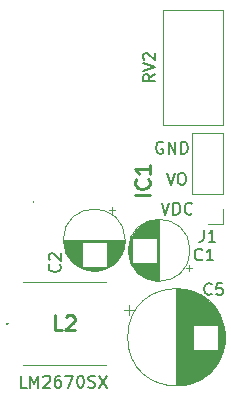
<source format=gbr>
%TF.GenerationSoftware,KiCad,Pcbnew,8.0.1-rc1*%
%TF.CreationDate,2024-10-01T19:24:00-07:00*%
%TF.ProjectId,LM2670SX-Carrier-SMD-inductor-ADJ,4c4d3236-3730-4535-982d-436172726965,rev?*%
%TF.SameCoordinates,Original*%
%TF.FileFunction,Legend,Top*%
%TF.FilePolarity,Positive*%
%FSLAX46Y46*%
G04 Gerber Fmt 4.6, Leading zero omitted, Abs format (unit mm)*
G04 Created by KiCad (PCBNEW 8.0.1-rc1) date 2024-10-01 19:24:00*
%MOMM*%
%LPD*%
G01*
G04 APERTURE LIST*
%ADD10C,0.150000*%
%ADD11C,0.254000*%
%ADD12C,0.120000*%
%ADD13C,0.100000*%
%ADD14C,0.200000*%
%ADD15R,1.700000X1.700000*%
%ADD16O,1.700000X1.700000*%
%ADD17R,1.600000X1.600000*%
%ADD18C,1.600000*%
%ADD19R,2.850000X3.300000*%
%ADD20C,1.440000*%
%ADD21R,0.910000X2.160000*%
%ADD22R,10.800000X10.410000*%
G04 APERTURE END LIST*
D10*
X185289192Y-98442745D02*
X185622525Y-99442745D01*
X185622525Y-99442745D02*
X185955858Y-98442745D01*
X186479668Y-98442745D02*
X186670144Y-98442745D01*
X186670144Y-98442745D02*
X186765382Y-98490364D01*
X186765382Y-98490364D02*
X186860620Y-98585602D01*
X186860620Y-98585602D02*
X186908239Y-98776078D01*
X186908239Y-98776078D02*
X186908239Y-99109411D01*
X186908239Y-99109411D02*
X186860620Y-99299887D01*
X186860620Y-99299887D02*
X186765382Y-99395126D01*
X186765382Y-99395126D02*
X186670144Y-99442745D01*
X186670144Y-99442745D02*
X186479668Y-99442745D01*
X186479668Y-99442745D02*
X186384430Y-99395126D01*
X186384430Y-99395126D02*
X186289192Y-99299887D01*
X186289192Y-99299887D02*
X186241573Y-99109411D01*
X186241573Y-99109411D02*
X186241573Y-98776078D01*
X186241573Y-98776078D02*
X186289192Y-98585602D01*
X186289192Y-98585602D02*
X186384430Y-98490364D01*
X186384430Y-98490364D02*
X186479668Y-98442745D01*
X173425917Y-116625833D02*
X172949727Y-116625833D01*
X172949727Y-116625833D02*
X172949727Y-115625833D01*
X173759251Y-116625833D02*
X173759251Y-115625833D01*
X173759251Y-115625833D02*
X174092584Y-116340118D01*
X174092584Y-116340118D02*
X174425917Y-115625833D01*
X174425917Y-115625833D02*
X174425917Y-116625833D01*
X174854489Y-115721071D02*
X174902108Y-115673452D01*
X174902108Y-115673452D02*
X174997346Y-115625833D01*
X174997346Y-115625833D02*
X175235441Y-115625833D01*
X175235441Y-115625833D02*
X175330679Y-115673452D01*
X175330679Y-115673452D02*
X175378298Y-115721071D01*
X175378298Y-115721071D02*
X175425917Y-115816309D01*
X175425917Y-115816309D02*
X175425917Y-115911547D01*
X175425917Y-115911547D02*
X175378298Y-116054404D01*
X175378298Y-116054404D02*
X174806870Y-116625833D01*
X174806870Y-116625833D02*
X175425917Y-116625833D01*
X176283060Y-115625833D02*
X176092584Y-115625833D01*
X176092584Y-115625833D02*
X175997346Y-115673452D01*
X175997346Y-115673452D02*
X175949727Y-115721071D01*
X175949727Y-115721071D02*
X175854489Y-115863928D01*
X175854489Y-115863928D02*
X175806870Y-116054404D01*
X175806870Y-116054404D02*
X175806870Y-116435356D01*
X175806870Y-116435356D02*
X175854489Y-116530594D01*
X175854489Y-116530594D02*
X175902108Y-116578214D01*
X175902108Y-116578214D02*
X175997346Y-116625833D01*
X175997346Y-116625833D02*
X176187822Y-116625833D01*
X176187822Y-116625833D02*
X176283060Y-116578214D01*
X176283060Y-116578214D02*
X176330679Y-116530594D01*
X176330679Y-116530594D02*
X176378298Y-116435356D01*
X176378298Y-116435356D02*
X176378298Y-116197261D01*
X176378298Y-116197261D02*
X176330679Y-116102023D01*
X176330679Y-116102023D02*
X176283060Y-116054404D01*
X176283060Y-116054404D02*
X176187822Y-116006785D01*
X176187822Y-116006785D02*
X175997346Y-116006785D01*
X175997346Y-116006785D02*
X175902108Y-116054404D01*
X175902108Y-116054404D02*
X175854489Y-116102023D01*
X175854489Y-116102023D02*
X175806870Y-116197261D01*
X176711632Y-115625833D02*
X177378298Y-115625833D01*
X177378298Y-115625833D02*
X176949727Y-116625833D01*
X177949727Y-115625833D02*
X178044965Y-115625833D01*
X178044965Y-115625833D02*
X178140203Y-115673452D01*
X178140203Y-115673452D02*
X178187822Y-115721071D01*
X178187822Y-115721071D02*
X178235441Y-115816309D01*
X178235441Y-115816309D02*
X178283060Y-116006785D01*
X178283060Y-116006785D02*
X178283060Y-116244880D01*
X178283060Y-116244880D02*
X178235441Y-116435356D01*
X178235441Y-116435356D02*
X178187822Y-116530594D01*
X178187822Y-116530594D02*
X178140203Y-116578214D01*
X178140203Y-116578214D02*
X178044965Y-116625833D01*
X178044965Y-116625833D02*
X177949727Y-116625833D01*
X177949727Y-116625833D02*
X177854489Y-116578214D01*
X177854489Y-116578214D02*
X177806870Y-116530594D01*
X177806870Y-116530594D02*
X177759251Y-116435356D01*
X177759251Y-116435356D02*
X177711632Y-116244880D01*
X177711632Y-116244880D02*
X177711632Y-116006785D01*
X177711632Y-116006785D02*
X177759251Y-115816309D01*
X177759251Y-115816309D02*
X177806870Y-115721071D01*
X177806870Y-115721071D02*
X177854489Y-115673452D01*
X177854489Y-115673452D02*
X177949727Y-115625833D01*
X178664013Y-116578214D02*
X178806870Y-116625833D01*
X178806870Y-116625833D02*
X179044965Y-116625833D01*
X179044965Y-116625833D02*
X179140203Y-116578214D01*
X179140203Y-116578214D02*
X179187822Y-116530594D01*
X179187822Y-116530594D02*
X179235441Y-116435356D01*
X179235441Y-116435356D02*
X179235441Y-116340118D01*
X179235441Y-116340118D02*
X179187822Y-116244880D01*
X179187822Y-116244880D02*
X179140203Y-116197261D01*
X179140203Y-116197261D02*
X179044965Y-116149642D01*
X179044965Y-116149642D02*
X178854489Y-116102023D01*
X178854489Y-116102023D02*
X178759251Y-116054404D01*
X178759251Y-116054404D02*
X178711632Y-116006785D01*
X178711632Y-116006785D02*
X178664013Y-115911547D01*
X178664013Y-115911547D02*
X178664013Y-115816309D01*
X178664013Y-115816309D02*
X178711632Y-115721071D01*
X178711632Y-115721071D02*
X178759251Y-115673452D01*
X178759251Y-115673452D02*
X178854489Y-115625833D01*
X178854489Y-115625833D02*
X179092584Y-115625833D01*
X179092584Y-115625833D02*
X179235441Y-115673452D01*
X179568775Y-115625833D02*
X180235441Y-116625833D01*
X180235441Y-115625833D02*
X179568775Y-116625833D01*
X184969441Y-95860398D02*
X184874203Y-95812779D01*
X184874203Y-95812779D02*
X184731346Y-95812779D01*
X184731346Y-95812779D02*
X184588489Y-95860398D01*
X184588489Y-95860398D02*
X184493251Y-95955636D01*
X184493251Y-95955636D02*
X184445632Y-96050874D01*
X184445632Y-96050874D02*
X184398013Y-96241350D01*
X184398013Y-96241350D02*
X184398013Y-96384207D01*
X184398013Y-96384207D02*
X184445632Y-96574683D01*
X184445632Y-96574683D02*
X184493251Y-96669921D01*
X184493251Y-96669921D02*
X184588489Y-96765160D01*
X184588489Y-96765160D02*
X184731346Y-96812779D01*
X184731346Y-96812779D02*
X184826584Y-96812779D01*
X184826584Y-96812779D02*
X184969441Y-96765160D01*
X184969441Y-96765160D02*
X185017060Y-96717540D01*
X185017060Y-96717540D02*
X185017060Y-96384207D01*
X185017060Y-96384207D02*
X184826584Y-96384207D01*
X185445632Y-96812779D02*
X185445632Y-95812779D01*
X185445632Y-95812779D02*
X186017060Y-96812779D01*
X186017060Y-96812779D02*
X186017060Y-95812779D01*
X186493251Y-96812779D02*
X186493251Y-95812779D01*
X186493251Y-95812779D02*
X186731346Y-95812779D01*
X186731346Y-95812779D02*
X186874203Y-95860398D01*
X186874203Y-95860398D02*
X186969441Y-95955636D01*
X186969441Y-95955636D02*
X187017060Y-96050874D01*
X187017060Y-96050874D02*
X187064679Y-96241350D01*
X187064679Y-96241350D02*
X187064679Y-96384207D01*
X187064679Y-96384207D02*
X187017060Y-96574683D01*
X187017060Y-96574683D02*
X186969441Y-96669921D01*
X186969441Y-96669921D02*
X186874203Y-96765160D01*
X186874203Y-96765160D02*
X186731346Y-96812779D01*
X186731346Y-96812779D02*
X186493251Y-96812779D01*
X184853966Y-100973926D02*
X185187299Y-101973926D01*
X185187299Y-101973926D02*
X185520632Y-100973926D01*
X185853966Y-101973926D02*
X185853966Y-100973926D01*
X185853966Y-100973926D02*
X186092061Y-100973926D01*
X186092061Y-100973926D02*
X186234918Y-101021545D01*
X186234918Y-101021545D02*
X186330156Y-101116783D01*
X186330156Y-101116783D02*
X186377775Y-101212021D01*
X186377775Y-101212021D02*
X186425394Y-101402497D01*
X186425394Y-101402497D02*
X186425394Y-101545354D01*
X186425394Y-101545354D02*
X186377775Y-101735830D01*
X186377775Y-101735830D02*
X186330156Y-101831068D01*
X186330156Y-101831068D02*
X186234918Y-101926307D01*
X186234918Y-101926307D02*
X186092061Y-101973926D01*
X186092061Y-101973926D02*
X185853966Y-101973926D01*
X187425394Y-101878687D02*
X187377775Y-101926307D01*
X187377775Y-101926307D02*
X187234918Y-101973926D01*
X187234918Y-101973926D02*
X187139680Y-101973926D01*
X187139680Y-101973926D02*
X186996823Y-101926307D01*
X186996823Y-101926307D02*
X186901585Y-101831068D01*
X186901585Y-101831068D02*
X186853966Y-101735830D01*
X186853966Y-101735830D02*
X186806347Y-101545354D01*
X186806347Y-101545354D02*
X186806347Y-101402497D01*
X186806347Y-101402497D02*
X186853966Y-101212021D01*
X186853966Y-101212021D02*
X186901585Y-101116783D01*
X186901585Y-101116783D02*
X186996823Y-101021545D01*
X186996823Y-101021545D02*
X187139680Y-100973926D01*
X187139680Y-100973926D02*
X187234918Y-100973926D01*
X187234918Y-100973926D02*
X187377775Y-101021545D01*
X187377775Y-101021545D02*
X187425394Y-101069164D01*
X188414366Y-103255019D02*
X188414366Y-103969304D01*
X188414366Y-103969304D02*
X188366747Y-104112161D01*
X188366747Y-104112161D02*
X188271509Y-104207400D01*
X188271509Y-104207400D02*
X188128652Y-104255019D01*
X188128652Y-104255019D02*
X188033414Y-104255019D01*
X189414366Y-104255019D02*
X188842938Y-104255019D01*
X189128652Y-104255019D02*
X189128652Y-103255019D01*
X189128652Y-103255019D02*
X189033414Y-103397876D01*
X189033414Y-103397876D02*
X188938176Y-103493114D01*
X188938176Y-103493114D02*
X188842938Y-103540733D01*
X176219662Y-106199968D02*
X176267282Y-106247587D01*
X176267282Y-106247587D02*
X176314901Y-106390444D01*
X176314901Y-106390444D02*
X176314901Y-106485682D01*
X176314901Y-106485682D02*
X176267282Y-106628539D01*
X176267282Y-106628539D02*
X176172043Y-106723777D01*
X176172043Y-106723777D02*
X176076805Y-106771396D01*
X176076805Y-106771396D02*
X175886329Y-106819015D01*
X175886329Y-106819015D02*
X175743472Y-106819015D01*
X175743472Y-106819015D02*
X175552996Y-106771396D01*
X175552996Y-106771396D02*
X175457758Y-106723777D01*
X175457758Y-106723777D02*
X175362520Y-106628539D01*
X175362520Y-106628539D02*
X175314901Y-106485682D01*
X175314901Y-106485682D02*
X175314901Y-106390444D01*
X175314901Y-106390444D02*
X175362520Y-106247587D01*
X175362520Y-106247587D02*
X175410139Y-106199968D01*
X175410139Y-105819015D02*
X175362520Y-105771396D01*
X175362520Y-105771396D02*
X175314901Y-105676158D01*
X175314901Y-105676158D02*
X175314901Y-105438063D01*
X175314901Y-105438063D02*
X175362520Y-105342825D01*
X175362520Y-105342825D02*
X175410139Y-105295206D01*
X175410139Y-105295206D02*
X175505377Y-105247587D01*
X175505377Y-105247587D02*
X175600615Y-105247587D01*
X175600615Y-105247587D02*
X175743472Y-105295206D01*
X175743472Y-105295206D02*
X176314901Y-105866634D01*
X176314901Y-105866634D02*
X176314901Y-105247587D01*
X188294018Y-105757640D02*
X188246399Y-105805260D01*
X188246399Y-105805260D02*
X188103542Y-105852879D01*
X188103542Y-105852879D02*
X188008304Y-105852879D01*
X188008304Y-105852879D02*
X187865447Y-105805260D01*
X187865447Y-105805260D02*
X187770209Y-105710021D01*
X187770209Y-105710021D02*
X187722590Y-105614783D01*
X187722590Y-105614783D02*
X187674971Y-105424307D01*
X187674971Y-105424307D02*
X187674971Y-105281450D01*
X187674971Y-105281450D02*
X187722590Y-105090974D01*
X187722590Y-105090974D02*
X187770209Y-104995736D01*
X187770209Y-104995736D02*
X187865447Y-104900498D01*
X187865447Y-104900498D02*
X188008304Y-104852879D01*
X188008304Y-104852879D02*
X188103542Y-104852879D01*
X188103542Y-104852879D02*
X188246399Y-104900498D01*
X188246399Y-104900498D02*
X188294018Y-104948117D01*
X189246399Y-105852879D02*
X188674971Y-105852879D01*
X188960685Y-105852879D02*
X188960685Y-104852879D01*
X188960685Y-104852879D02*
X188865447Y-104995736D01*
X188865447Y-104995736D02*
X188770209Y-105090974D01*
X188770209Y-105090974D02*
X188674971Y-105138593D01*
X189100268Y-108681802D02*
X189052649Y-108729422D01*
X189052649Y-108729422D02*
X188909792Y-108777041D01*
X188909792Y-108777041D02*
X188814554Y-108777041D01*
X188814554Y-108777041D02*
X188671697Y-108729422D01*
X188671697Y-108729422D02*
X188576459Y-108634183D01*
X188576459Y-108634183D02*
X188528840Y-108538945D01*
X188528840Y-108538945D02*
X188481221Y-108348469D01*
X188481221Y-108348469D02*
X188481221Y-108205612D01*
X188481221Y-108205612D02*
X188528840Y-108015136D01*
X188528840Y-108015136D02*
X188576459Y-107919898D01*
X188576459Y-107919898D02*
X188671697Y-107824660D01*
X188671697Y-107824660D02*
X188814554Y-107777041D01*
X188814554Y-107777041D02*
X188909792Y-107777041D01*
X188909792Y-107777041D02*
X189052649Y-107824660D01*
X189052649Y-107824660D02*
X189100268Y-107872279D01*
X190005030Y-107777041D02*
X189528840Y-107777041D01*
X189528840Y-107777041D02*
X189481221Y-108253231D01*
X189481221Y-108253231D02*
X189528840Y-108205612D01*
X189528840Y-108205612D02*
X189624078Y-108157993D01*
X189624078Y-108157993D02*
X189862173Y-108157993D01*
X189862173Y-108157993D02*
X189957411Y-108205612D01*
X189957411Y-108205612D02*
X190005030Y-108253231D01*
X190005030Y-108253231D02*
X190052649Y-108348469D01*
X190052649Y-108348469D02*
X190052649Y-108586564D01*
X190052649Y-108586564D02*
X190005030Y-108681802D01*
X190005030Y-108681802D02*
X189957411Y-108729422D01*
X189957411Y-108729422D02*
X189862173Y-108777041D01*
X189862173Y-108777041D02*
X189624078Y-108777041D01*
X189624078Y-108777041D02*
X189528840Y-108729422D01*
X189528840Y-108729422D02*
X189481221Y-108681802D01*
D11*
X176408467Y-111788864D02*
X175803705Y-111788864D01*
X175803705Y-111788864D02*
X175803705Y-110518864D01*
X176771324Y-110639816D02*
X176831800Y-110579340D01*
X176831800Y-110579340D02*
X176952753Y-110518864D01*
X176952753Y-110518864D02*
X177255134Y-110518864D01*
X177255134Y-110518864D02*
X177376086Y-110579340D01*
X177376086Y-110579340D02*
X177436562Y-110639816D01*
X177436562Y-110639816D02*
X177497039Y-110760768D01*
X177497039Y-110760768D02*
X177497039Y-110881721D01*
X177497039Y-110881721D02*
X177436562Y-111063149D01*
X177436562Y-111063149D02*
X176710848Y-111788864D01*
X176710848Y-111788864D02*
X177497039Y-111788864D01*
D10*
X184301090Y-90100686D02*
X183824899Y-90434019D01*
X184301090Y-90672114D02*
X183301090Y-90672114D01*
X183301090Y-90672114D02*
X183301090Y-90291162D01*
X183301090Y-90291162D02*
X183348709Y-90195924D01*
X183348709Y-90195924D02*
X183396328Y-90148305D01*
X183396328Y-90148305D02*
X183491566Y-90100686D01*
X183491566Y-90100686D02*
X183634423Y-90100686D01*
X183634423Y-90100686D02*
X183729661Y-90148305D01*
X183729661Y-90148305D02*
X183777280Y-90195924D01*
X183777280Y-90195924D02*
X183824899Y-90291162D01*
X183824899Y-90291162D02*
X183824899Y-90672114D01*
X183301090Y-89814971D02*
X184301090Y-89481638D01*
X184301090Y-89481638D02*
X183301090Y-89148305D01*
X183396328Y-88862590D02*
X183348709Y-88814971D01*
X183348709Y-88814971D02*
X183301090Y-88719733D01*
X183301090Y-88719733D02*
X183301090Y-88481638D01*
X183301090Y-88481638D02*
X183348709Y-88386400D01*
X183348709Y-88386400D02*
X183396328Y-88338781D01*
X183396328Y-88338781D02*
X183491566Y-88291162D01*
X183491566Y-88291162D02*
X183586804Y-88291162D01*
X183586804Y-88291162D02*
X183729661Y-88338781D01*
X183729661Y-88338781D02*
X184301090Y-88910209D01*
X184301090Y-88910209D02*
X184301090Y-88291162D01*
D11*
X183869121Y-100328745D02*
X182599121Y-100328745D01*
X183748168Y-98998268D02*
X183808645Y-99058744D01*
X183808645Y-99058744D02*
X183869121Y-99240173D01*
X183869121Y-99240173D02*
X183869121Y-99361125D01*
X183869121Y-99361125D02*
X183808645Y-99542554D01*
X183808645Y-99542554D02*
X183687692Y-99663506D01*
X183687692Y-99663506D02*
X183566740Y-99723983D01*
X183566740Y-99723983D02*
X183324835Y-99784459D01*
X183324835Y-99784459D02*
X183143406Y-99784459D01*
X183143406Y-99784459D02*
X182901502Y-99723983D01*
X182901502Y-99723983D02*
X182780549Y-99663506D01*
X182780549Y-99663506D02*
X182659597Y-99542554D01*
X182659597Y-99542554D02*
X182599121Y-99361125D01*
X182599121Y-99361125D02*
X182599121Y-99240173D01*
X182599121Y-99240173D02*
X182659597Y-99058744D01*
X182659597Y-99058744D02*
X182720073Y-98998268D01*
X183869121Y-97788744D02*
X183869121Y-98514459D01*
X183869121Y-98151602D02*
X182599121Y-98151602D01*
X182599121Y-98151602D02*
X182780549Y-98272554D01*
X182780549Y-98272554D02*
X182901502Y-98393506D01*
X182901502Y-98393506D02*
X182961978Y-98514459D01*
D12*
%TO.C,J1*%
X187417700Y-100200200D02*
X187417700Y-95060200D01*
X190077700Y-95060200D02*
X187417700Y-95060200D01*
X190077700Y-100200200D02*
X187417700Y-100200200D01*
X190077700Y-100200200D02*
X190077700Y-95060200D01*
X190077700Y-101470200D02*
X190077700Y-102800200D01*
X190077700Y-102800200D02*
X188747700Y-102800200D01*
%TO.C,C2*%
X178116213Y-104369759D02*
X176587213Y-104369759D01*
X178116213Y-104409759D02*
X176591213Y-104409759D01*
X178116213Y-104449759D02*
X176595213Y-104449759D01*
X178116213Y-104489759D02*
X176600213Y-104489759D01*
X178116213Y-104529759D02*
X176606213Y-104529759D01*
X178116213Y-104569759D02*
X176613213Y-104569759D01*
X178116213Y-104609759D02*
X176620213Y-104609759D01*
X178116213Y-104649759D02*
X176628213Y-104649759D01*
X178116213Y-104689759D02*
X176636213Y-104689759D01*
X178116213Y-104729759D02*
X176645213Y-104729759D01*
X178116213Y-104769759D02*
X176655213Y-104769759D01*
X178116213Y-104809759D02*
X176665213Y-104809759D01*
X178116213Y-104850759D02*
X176676213Y-104850759D01*
X178116213Y-104890759D02*
X176688213Y-104890759D01*
X178116213Y-104930759D02*
X176701213Y-104930759D01*
X178116213Y-104970759D02*
X176714213Y-104970759D01*
X178116213Y-105010759D02*
X176728213Y-105010759D01*
X178116213Y-105050759D02*
X176742213Y-105050759D01*
X178116213Y-105090759D02*
X176758213Y-105090759D01*
X178116213Y-105130759D02*
X176774213Y-105130759D01*
X178116213Y-105170759D02*
X176791213Y-105170759D01*
X178116213Y-105210759D02*
X176808213Y-105210759D01*
X178116213Y-105250759D02*
X176827213Y-105250759D01*
X178116213Y-105290759D02*
X176846213Y-105290759D01*
X178116213Y-105330759D02*
X176866213Y-105330759D01*
X178116213Y-105370759D02*
X176888213Y-105370759D01*
X178116213Y-105410759D02*
X176909213Y-105410759D01*
X178116213Y-105450759D02*
X176932213Y-105450759D01*
X178116213Y-105490759D02*
X176956213Y-105490759D01*
X178116213Y-105530759D02*
X176981213Y-105530759D01*
X178116213Y-105570759D02*
X177007213Y-105570759D01*
X178116213Y-105610759D02*
X177034213Y-105610759D01*
X178116213Y-105650759D02*
X177061213Y-105650759D01*
X178116213Y-105690759D02*
X177091213Y-105690759D01*
X178116213Y-105730759D02*
X177121213Y-105730759D01*
X178116213Y-105770759D02*
X177152213Y-105770759D01*
X178116213Y-105810759D02*
X177185213Y-105810759D01*
X178116213Y-105850759D02*
X177219213Y-105850759D01*
X178116213Y-105890759D02*
X177255213Y-105890759D01*
X178116213Y-105930759D02*
X177292213Y-105930759D01*
X178116213Y-105970759D02*
X177330213Y-105970759D01*
X178116213Y-106010759D02*
X177371213Y-106010759D01*
X178116213Y-106050759D02*
X177413213Y-106050759D01*
X178116213Y-106090759D02*
X177457213Y-106090759D01*
X178116213Y-106130759D02*
X177503213Y-106130759D01*
X178116213Y-106170759D02*
X177551213Y-106170759D01*
X178116213Y-106210759D02*
X177602213Y-106210759D01*
X178116213Y-106250759D02*
X177656213Y-106250759D01*
X178116213Y-106290759D02*
X177713213Y-106290759D01*
X178116213Y-106330759D02*
X177773213Y-106330759D01*
X178116213Y-106370759D02*
X177837213Y-106370759D01*
X178116213Y-106410759D02*
X177905213Y-106410759D01*
X179440213Y-106730759D02*
X178872213Y-106730759D01*
X179674213Y-106690759D02*
X178638213Y-106690759D01*
X179833213Y-106650759D02*
X178479213Y-106650759D01*
X179961213Y-106610759D02*
X178351213Y-106610759D01*
X180071213Y-106570759D02*
X178241213Y-106570759D01*
X180167213Y-106530759D02*
X178145213Y-106530759D01*
X180254213Y-106490759D02*
X178058213Y-106490759D01*
X180334213Y-106450759D02*
X177978213Y-106450759D01*
X180407213Y-106410759D02*
X180196213Y-106410759D01*
X180475213Y-106370759D02*
X180196213Y-106370759D01*
X180539213Y-106330759D02*
X180196213Y-106330759D01*
X180599213Y-106290759D02*
X180196213Y-106290759D01*
X180631213Y-101324984D02*
X180631213Y-101824984D01*
X180656213Y-106250759D02*
X180196213Y-106250759D01*
X180710213Y-106210759D02*
X180196213Y-106210759D01*
X180761213Y-106170759D02*
X180196213Y-106170759D01*
X180809213Y-106130759D02*
X180196213Y-106130759D01*
X180855213Y-106090759D02*
X180196213Y-106090759D01*
X180881213Y-101574984D02*
X180381213Y-101574984D01*
X180899213Y-106050759D02*
X180196213Y-106050759D01*
X180941213Y-106010759D02*
X180196213Y-106010759D01*
X180982213Y-105970759D02*
X180196213Y-105970759D01*
X181020213Y-105930759D02*
X180196213Y-105930759D01*
X181057213Y-105890759D02*
X180196213Y-105890759D01*
X181093213Y-105850759D02*
X180196213Y-105850759D01*
X181127213Y-105810759D02*
X180196213Y-105810759D01*
X181160213Y-105770759D02*
X180196213Y-105770759D01*
X181191213Y-105730759D02*
X180196213Y-105730759D01*
X181221213Y-105690759D02*
X180196213Y-105690759D01*
X181251213Y-105650759D02*
X180196213Y-105650759D01*
X181278213Y-105610759D02*
X180196213Y-105610759D01*
X181305213Y-105570759D02*
X180196213Y-105570759D01*
X181331213Y-105530759D02*
X180196213Y-105530759D01*
X181356213Y-105490759D02*
X180196213Y-105490759D01*
X181380213Y-105450759D02*
X180196213Y-105450759D01*
X181403213Y-105410759D02*
X180196213Y-105410759D01*
X181424213Y-105370759D02*
X180196213Y-105370759D01*
X181446213Y-105330759D02*
X180196213Y-105330759D01*
X181466213Y-105290759D02*
X180196213Y-105290759D01*
X181485213Y-105250759D02*
X180196213Y-105250759D01*
X181504213Y-105210759D02*
X180196213Y-105210759D01*
X181521213Y-105170759D02*
X180196213Y-105170759D01*
X181538213Y-105130759D02*
X180196213Y-105130759D01*
X181554213Y-105090759D02*
X180196213Y-105090759D01*
X181570213Y-105050759D02*
X180196213Y-105050759D01*
X181584213Y-105010759D02*
X180196213Y-105010759D01*
X181598213Y-104970759D02*
X180196213Y-104970759D01*
X181611213Y-104930759D02*
X180196213Y-104930759D01*
X181624213Y-104890759D02*
X180196213Y-104890759D01*
X181636213Y-104850759D02*
X180196213Y-104850759D01*
X181647213Y-104809759D02*
X180196213Y-104809759D01*
X181657213Y-104769759D02*
X180196213Y-104769759D01*
X181667213Y-104729759D02*
X180196213Y-104729759D01*
X181676213Y-104689759D02*
X180196213Y-104689759D01*
X181684213Y-104649759D02*
X180196213Y-104649759D01*
X181692213Y-104609759D02*
X180196213Y-104609759D01*
X181699213Y-104569759D02*
X180196213Y-104569759D01*
X181706213Y-104529759D02*
X180196213Y-104529759D01*
X181712213Y-104489759D02*
X180196213Y-104489759D01*
X181717213Y-104449759D02*
X180196213Y-104449759D01*
X181721213Y-104409759D02*
X180196213Y-104409759D01*
X181725213Y-104369759D02*
X180196213Y-104369759D01*
X181729213Y-104329759D02*
X176583213Y-104329759D01*
X181732213Y-104289759D02*
X176580213Y-104289759D01*
X181734213Y-104249759D02*
X176578213Y-104249759D01*
X181735213Y-104209759D02*
X176577213Y-104209759D01*
X181736213Y-104129759D02*
X176576213Y-104129759D01*
X181736213Y-104169759D02*
X176576213Y-104169759D01*
X181776213Y-104129759D02*
G75*
G02*
X176536213Y-104129759I-2620000J0D01*
G01*
X176536213Y-104129759D02*
G75*
G02*
X181776213Y-104129759I2620000J0D01*
G01*
%TO.C,C1*%
X182046552Y-105284951D02*
X182046552Y-104716951D01*
X182086552Y-105518951D02*
X182086552Y-104482951D01*
X182126552Y-105677951D02*
X182126552Y-104323951D01*
X182166552Y-105805951D02*
X182166552Y-104195951D01*
X182206552Y-105915951D02*
X182206552Y-104085951D01*
X182246552Y-106011951D02*
X182246552Y-103989951D01*
X182286552Y-106098951D02*
X182286552Y-103902951D01*
X182326552Y-106178951D02*
X182326552Y-103822951D01*
X182366552Y-103960951D02*
X182366552Y-103749951D01*
X182366552Y-106251951D02*
X182366552Y-106040951D01*
X182406552Y-103960951D02*
X182406552Y-103681951D01*
X182406552Y-106319951D02*
X182406552Y-106040951D01*
X182446552Y-103960951D02*
X182446552Y-103617951D01*
X182446552Y-106383951D02*
X182446552Y-106040951D01*
X182486552Y-103960951D02*
X182486552Y-103557951D01*
X182486552Y-106443951D02*
X182486552Y-106040951D01*
X182526552Y-103960951D02*
X182526552Y-103500951D01*
X182526552Y-106500951D02*
X182526552Y-106040951D01*
X182566552Y-103960951D02*
X182566552Y-103446951D01*
X182566552Y-106554951D02*
X182566552Y-106040951D01*
X182606552Y-103960951D02*
X182606552Y-103395951D01*
X182606552Y-106605951D02*
X182606552Y-106040951D01*
X182646552Y-103960951D02*
X182646552Y-103347951D01*
X182646552Y-106653951D02*
X182646552Y-106040951D01*
X182686552Y-103960951D02*
X182686552Y-103301951D01*
X182686552Y-106699951D02*
X182686552Y-106040951D01*
X182726552Y-103960951D02*
X182726552Y-103257951D01*
X182726552Y-106743951D02*
X182726552Y-106040951D01*
X182766552Y-103960951D02*
X182766552Y-103215951D01*
X182766552Y-106785951D02*
X182766552Y-106040951D01*
X182806552Y-103960951D02*
X182806552Y-103174951D01*
X182806552Y-106826951D02*
X182806552Y-106040951D01*
X182846552Y-103960951D02*
X182846552Y-103136951D01*
X182846552Y-106864951D02*
X182846552Y-106040951D01*
X182886552Y-103960951D02*
X182886552Y-103099951D01*
X182886552Y-106901951D02*
X182886552Y-106040951D01*
X182926552Y-103960951D02*
X182926552Y-103063951D01*
X182926552Y-106937951D02*
X182926552Y-106040951D01*
X182966552Y-103960951D02*
X182966552Y-103029951D01*
X182966552Y-106971951D02*
X182966552Y-106040951D01*
X183006552Y-103960951D02*
X183006552Y-102996951D01*
X183006552Y-107004951D02*
X183006552Y-106040951D01*
X183046552Y-103960951D02*
X183046552Y-102965951D01*
X183046552Y-107035951D02*
X183046552Y-106040951D01*
X183086552Y-103960951D02*
X183086552Y-102935951D01*
X183086552Y-107065951D02*
X183086552Y-106040951D01*
X183126552Y-103960951D02*
X183126552Y-102905951D01*
X183126552Y-107095951D02*
X183126552Y-106040951D01*
X183166552Y-103960951D02*
X183166552Y-102878951D01*
X183166552Y-107122951D02*
X183166552Y-106040951D01*
X183206552Y-103960951D02*
X183206552Y-102851951D01*
X183206552Y-107149951D02*
X183206552Y-106040951D01*
X183246552Y-103960951D02*
X183246552Y-102825951D01*
X183246552Y-107175951D02*
X183246552Y-106040951D01*
X183286552Y-103960951D02*
X183286552Y-102800951D01*
X183286552Y-107200951D02*
X183286552Y-106040951D01*
X183326552Y-103960951D02*
X183326552Y-102776951D01*
X183326552Y-107224951D02*
X183326552Y-106040951D01*
X183366552Y-103960951D02*
X183366552Y-102753951D01*
X183366552Y-107247951D02*
X183366552Y-106040951D01*
X183406552Y-103960951D02*
X183406552Y-102732951D01*
X183406552Y-107268951D02*
X183406552Y-106040951D01*
X183446552Y-103960951D02*
X183446552Y-102710951D01*
X183446552Y-107290951D02*
X183446552Y-106040951D01*
X183486552Y-103960951D02*
X183486552Y-102690951D01*
X183486552Y-107310951D02*
X183486552Y-106040951D01*
X183526552Y-103960951D02*
X183526552Y-102671951D01*
X183526552Y-107329951D02*
X183526552Y-106040951D01*
X183566552Y-103960951D02*
X183566552Y-102652951D01*
X183566552Y-107348951D02*
X183566552Y-106040951D01*
X183606552Y-103960951D02*
X183606552Y-102635951D01*
X183606552Y-107365951D02*
X183606552Y-106040951D01*
X183646552Y-103960951D02*
X183646552Y-102618951D01*
X183646552Y-107382951D02*
X183646552Y-106040951D01*
X183686552Y-103960951D02*
X183686552Y-102602951D01*
X183686552Y-107398951D02*
X183686552Y-106040951D01*
X183726552Y-103960951D02*
X183726552Y-102586951D01*
X183726552Y-107414951D02*
X183726552Y-106040951D01*
X183766552Y-103960951D02*
X183766552Y-102572951D01*
X183766552Y-107428951D02*
X183766552Y-106040951D01*
X183806552Y-103960951D02*
X183806552Y-102558951D01*
X183806552Y-107442951D02*
X183806552Y-106040951D01*
X183846552Y-103960951D02*
X183846552Y-102545951D01*
X183846552Y-107455951D02*
X183846552Y-106040951D01*
X183886552Y-103960951D02*
X183886552Y-102532951D01*
X183886552Y-107468951D02*
X183886552Y-106040951D01*
X183926552Y-103960951D02*
X183926552Y-102520951D01*
X183926552Y-107480951D02*
X183926552Y-106040951D01*
X183967552Y-103960951D02*
X183967552Y-102509951D01*
X183967552Y-107491951D02*
X183967552Y-106040951D01*
X184007552Y-103960951D02*
X184007552Y-102499951D01*
X184007552Y-107501951D02*
X184007552Y-106040951D01*
X184047552Y-103960951D02*
X184047552Y-102489951D01*
X184047552Y-107511951D02*
X184047552Y-106040951D01*
X184087552Y-103960951D02*
X184087552Y-102480951D01*
X184087552Y-107520951D02*
X184087552Y-106040951D01*
X184127552Y-103960951D02*
X184127552Y-102472951D01*
X184127552Y-107528951D02*
X184127552Y-106040951D01*
X184167552Y-103960951D02*
X184167552Y-102464951D01*
X184167552Y-107536951D02*
X184167552Y-106040951D01*
X184207552Y-103960951D02*
X184207552Y-102457951D01*
X184207552Y-107543951D02*
X184207552Y-106040951D01*
X184247552Y-103960951D02*
X184247552Y-102450951D01*
X184247552Y-107550951D02*
X184247552Y-106040951D01*
X184287552Y-103960951D02*
X184287552Y-102444951D01*
X184287552Y-107556951D02*
X184287552Y-106040951D01*
X184327552Y-103960951D02*
X184327552Y-102439951D01*
X184327552Y-107561951D02*
X184327552Y-106040951D01*
X184367552Y-103960951D02*
X184367552Y-102435951D01*
X184367552Y-107565951D02*
X184367552Y-106040951D01*
X184407552Y-103960951D02*
X184407552Y-102431951D01*
X184407552Y-107569951D02*
X184407552Y-106040951D01*
X184447552Y-107573951D02*
X184447552Y-102427951D01*
X184487552Y-107576951D02*
X184487552Y-102424951D01*
X184527552Y-107578951D02*
X184527552Y-102422951D01*
X184567552Y-107579951D02*
X184567552Y-102421951D01*
X184607552Y-107580951D02*
X184607552Y-102420951D01*
X184647552Y-107580951D02*
X184647552Y-102420951D01*
X187202327Y-106725951D02*
X187202327Y-106225951D01*
X187452327Y-106475951D02*
X186952327Y-106475951D01*
X187267552Y-105000951D02*
G75*
G02*
X182027552Y-105000951I-2620000J0D01*
G01*
X182027552Y-105000951D02*
G75*
G02*
X187267552Y-105000951I2620000J0D01*
G01*
%TO.C,C5*%
X181697728Y-110049040D02*
X182497728Y-110049040D01*
X182097728Y-109649040D02*
X182097728Y-110449040D01*
X186107426Y-108284040D02*
X186107426Y-116444040D01*
X186147426Y-108284040D02*
X186147426Y-116444040D01*
X186187426Y-108284040D02*
X186187426Y-116444040D01*
X186227426Y-108285040D02*
X186227426Y-116443040D01*
X186267426Y-108287040D02*
X186267426Y-116441040D01*
X186307426Y-108288040D02*
X186307426Y-116440040D01*
X186347426Y-108290040D02*
X186347426Y-116438040D01*
X186387426Y-108293040D02*
X186387426Y-116435040D01*
X186427426Y-108296040D02*
X186427426Y-116432040D01*
X186467426Y-108299040D02*
X186467426Y-116429040D01*
X186507426Y-108303040D02*
X186507426Y-116425040D01*
X186547426Y-108307040D02*
X186547426Y-116421040D01*
X186587426Y-108312040D02*
X186587426Y-116416040D01*
X186627426Y-108316040D02*
X186627426Y-116412040D01*
X186667426Y-108322040D02*
X186667426Y-116406040D01*
X186707426Y-108327040D02*
X186707426Y-116401040D01*
X186747426Y-108334040D02*
X186747426Y-116394040D01*
X186787426Y-108340040D02*
X186787426Y-116388040D01*
X186828426Y-108347040D02*
X186828426Y-116381040D01*
X186868426Y-108354040D02*
X186868426Y-116374040D01*
X186908426Y-108362040D02*
X186908426Y-116366040D01*
X186948426Y-108370040D02*
X186948426Y-116358040D01*
X186988426Y-108379040D02*
X186988426Y-116349040D01*
X187028426Y-108388040D02*
X187028426Y-116340040D01*
X187068426Y-108397040D02*
X187068426Y-116331040D01*
X187108426Y-108407040D02*
X187108426Y-116321040D01*
X187148426Y-108417040D02*
X187148426Y-116311040D01*
X187188426Y-108428040D02*
X187188426Y-116300040D01*
X187228426Y-108439040D02*
X187228426Y-116289040D01*
X187268426Y-108450040D02*
X187268426Y-116278040D01*
X187308426Y-108462040D02*
X187308426Y-116266040D01*
X187348426Y-108475040D02*
X187348426Y-116253040D01*
X187388426Y-108487040D02*
X187388426Y-116241040D01*
X187428426Y-108501040D02*
X187428426Y-116227040D01*
X187468426Y-108514040D02*
X187468426Y-116214040D01*
X187508426Y-108529040D02*
X187508426Y-116199040D01*
X187548426Y-108543040D02*
X187548426Y-116185040D01*
X187588426Y-108559040D02*
X187588426Y-111324040D01*
X187588426Y-113404040D02*
X187588426Y-116169040D01*
X187628426Y-108574040D02*
X187628426Y-111324040D01*
X187628426Y-113404040D02*
X187628426Y-116154040D01*
X187668426Y-108590040D02*
X187668426Y-111324040D01*
X187668426Y-113404040D02*
X187668426Y-116138040D01*
X187708426Y-108607040D02*
X187708426Y-111324040D01*
X187708426Y-113404040D02*
X187708426Y-116121040D01*
X187748426Y-108624040D02*
X187748426Y-111324040D01*
X187748426Y-113404040D02*
X187748426Y-116104040D01*
X187788426Y-108642040D02*
X187788426Y-111324040D01*
X187788426Y-113404040D02*
X187788426Y-116086040D01*
X187828426Y-108660040D02*
X187828426Y-111324040D01*
X187828426Y-113404040D02*
X187828426Y-116068040D01*
X187868426Y-108678040D02*
X187868426Y-111324040D01*
X187868426Y-113404040D02*
X187868426Y-116050040D01*
X187908426Y-108698040D02*
X187908426Y-111324040D01*
X187908426Y-113404040D02*
X187908426Y-116030040D01*
X187948426Y-108717040D02*
X187948426Y-111324040D01*
X187948426Y-113404040D02*
X187948426Y-116011040D01*
X187988426Y-108737040D02*
X187988426Y-111324040D01*
X187988426Y-113404040D02*
X187988426Y-115991040D01*
X188028426Y-108758040D02*
X188028426Y-111324040D01*
X188028426Y-113404040D02*
X188028426Y-115970040D01*
X188068426Y-108780040D02*
X188068426Y-111324040D01*
X188068426Y-113404040D02*
X188068426Y-115948040D01*
X188108426Y-108802040D02*
X188108426Y-111324040D01*
X188108426Y-113404040D02*
X188108426Y-115926040D01*
X188148426Y-108824040D02*
X188148426Y-111324040D01*
X188148426Y-113404040D02*
X188148426Y-115904040D01*
X188188426Y-108847040D02*
X188188426Y-111324040D01*
X188188426Y-113404040D02*
X188188426Y-115881040D01*
X188228426Y-108871040D02*
X188228426Y-111324040D01*
X188228426Y-113404040D02*
X188228426Y-115857040D01*
X188268426Y-108895040D02*
X188268426Y-111324040D01*
X188268426Y-113404040D02*
X188268426Y-115833040D01*
X188308426Y-108920040D02*
X188308426Y-111324040D01*
X188308426Y-113404040D02*
X188308426Y-115808040D01*
X188348426Y-108946040D02*
X188348426Y-111324040D01*
X188348426Y-113404040D02*
X188348426Y-115782040D01*
X188388426Y-108972040D02*
X188388426Y-111324040D01*
X188388426Y-113404040D02*
X188388426Y-115756040D01*
X188428426Y-108999040D02*
X188428426Y-111324040D01*
X188428426Y-113404040D02*
X188428426Y-115729040D01*
X188468426Y-109026040D02*
X188468426Y-111324040D01*
X188468426Y-113404040D02*
X188468426Y-115702040D01*
X188508426Y-109055040D02*
X188508426Y-111324040D01*
X188508426Y-113404040D02*
X188508426Y-115673040D01*
X188548426Y-109084040D02*
X188548426Y-111324040D01*
X188548426Y-113404040D02*
X188548426Y-115644040D01*
X188588426Y-109114040D02*
X188588426Y-111324040D01*
X188588426Y-113404040D02*
X188588426Y-115614040D01*
X188628426Y-109144040D02*
X188628426Y-111324040D01*
X188628426Y-113404040D02*
X188628426Y-115584040D01*
X188668426Y-109175040D02*
X188668426Y-111324040D01*
X188668426Y-113404040D02*
X188668426Y-115553040D01*
X188708426Y-109208040D02*
X188708426Y-111324040D01*
X188708426Y-113404040D02*
X188708426Y-115520040D01*
X188748426Y-109240040D02*
X188748426Y-111324040D01*
X188748426Y-113404040D02*
X188748426Y-115488040D01*
X188788426Y-109274040D02*
X188788426Y-111324040D01*
X188788426Y-113404040D02*
X188788426Y-115454040D01*
X188828426Y-109309040D02*
X188828426Y-111324040D01*
X188828426Y-113404040D02*
X188828426Y-115419040D01*
X188868426Y-109345040D02*
X188868426Y-111324040D01*
X188868426Y-113404040D02*
X188868426Y-115383040D01*
X188908426Y-109381040D02*
X188908426Y-111324040D01*
X188908426Y-113404040D02*
X188908426Y-115347040D01*
X188948426Y-109419040D02*
X188948426Y-111324040D01*
X188948426Y-113404040D02*
X188948426Y-115309040D01*
X188988426Y-109457040D02*
X188988426Y-111324040D01*
X188988426Y-113404040D02*
X188988426Y-115271040D01*
X189028426Y-109497040D02*
X189028426Y-111324040D01*
X189028426Y-113404040D02*
X189028426Y-115231040D01*
X189068426Y-109538040D02*
X189068426Y-111324040D01*
X189068426Y-113404040D02*
X189068426Y-115190040D01*
X189108426Y-109580040D02*
X189108426Y-111324040D01*
X189108426Y-113404040D02*
X189108426Y-115148040D01*
X189148426Y-109623040D02*
X189148426Y-111324040D01*
X189148426Y-113404040D02*
X189148426Y-115105040D01*
X189188426Y-109667040D02*
X189188426Y-111324040D01*
X189188426Y-113404040D02*
X189188426Y-115061040D01*
X189228426Y-109713040D02*
X189228426Y-111324040D01*
X189228426Y-113404040D02*
X189228426Y-115015040D01*
X189268426Y-109760040D02*
X189268426Y-111324040D01*
X189268426Y-113404040D02*
X189268426Y-114968040D01*
X189308426Y-109808040D02*
X189308426Y-111324040D01*
X189308426Y-113404040D02*
X189308426Y-114920040D01*
X189348426Y-109859040D02*
X189348426Y-111324040D01*
X189348426Y-113404040D02*
X189348426Y-114869040D01*
X189388426Y-109910040D02*
X189388426Y-111324040D01*
X189388426Y-113404040D02*
X189388426Y-114818040D01*
X189428426Y-109964040D02*
X189428426Y-111324040D01*
X189428426Y-113404040D02*
X189428426Y-114764040D01*
X189468426Y-110019040D02*
X189468426Y-111324040D01*
X189468426Y-113404040D02*
X189468426Y-114709040D01*
X189508426Y-110077040D02*
X189508426Y-111324040D01*
X189508426Y-113404040D02*
X189508426Y-114651040D01*
X189548426Y-110136040D02*
X189548426Y-111324040D01*
X189548426Y-113404040D02*
X189548426Y-114592040D01*
X189588426Y-110198040D02*
X189588426Y-111324040D01*
X189588426Y-113404040D02*
X189588426Y-114530040D01*
X189628426Y-110262040D02*
X189628426Y-111324040D01*
X189628426Y-113404040D02*
X189628426Y-114466040D01*
X189668426Y-110330040D02*
X189668426Y-114398040D01*
X189708426Y-110400040D02*
X189708426Y-114328040D01*
X189748426Y-110474040D02*
X189748426Y-114254040D01*
X189788426Y-110551040D02*
X189788426Y-114177040D01*
X189828426Y-110633040D02*
X189828426Y-114095040D01*
X189868426Y-110719040D02*
X189868426Y-114009040D01*
X189908426Y-110812040D02*
X189908426Y-113916040D01*
X189948426Y-110911040D02*
X189948426Y-113817040D01*
X189988426Y-111018040D02*
X189988426Y-113710040D01*
X190028426Y-111135040D02*
X190028426Y-113593040D01*
X190068426Y-111266040D02*
X190068426Y-113462040D01*
X190108426Y-111416040D02*
X190108426Y-113312040D01*
X190148426Y-111596040D02*
X190148426Y-113132040D01*
X190188426Y-111831040D02*
X190188426Y-112897040D01*
X190227426Y-112364040D02*
G75*
G02*
X181987426Y-112364040I-4120000J0D01*
G01*
X181987426Y-112364040D02*
G75*
G02*
X190227426Y-112364040I4120000J0D01*
G01*
D13*
%TO.C,L2*%
X173120134Y-107714546D02*
X180120134Y-107714546D01*
X180120134Y-114714546D02*
X173120134Y-114714546D01*
D14*
X171845134Y-111214546D02*
G75*
G02*
X171745134Y-111214546I-50000J0D01*
G01*
X171745134Y-111214546D02*
G75*
G02*
X171845134Y-111214546I50000J0D01*
G01*
D12*
%TO.C,RV2*%
X184976271Y-84620448D02*
X190046271Y-84620448D01*
X184976271Y-94390448D02*
X184976271Y-84620448D01*
X184976271Y-94390448D02*
X190046271Y-94390448D01*
X190046271Y-94390448D02*
X190046271Y-84620448D01*
D13*
%TO.C,IC1*%
X173990000Y-100840000D02*
X173990000Y-100840000D01*
X173990000Y-100940000D02*
X173990000Y-100940000D01*
X173990000Y-100840000D02*
G75*
G02*
X173990000Y-100940000I0J-50000D01*
G01*
X173990000Y-100940000D02*
G75*
G02*
X173990000Y-100840000I0J50000D01*
G01*
%TD*%
%LPC*%
D15*
%TO.C,J1*%
X188747700Y-101470200D03*
D16*
X188747700Y-98930200D03*
X188747700Y-96390200D03*
%TD*%
D17*
%TO.C,C2*%
X179156213Y-102879759D03*
D18*
X179156213Y-105379759D03*
%TD*%
D17*
%TO.C,C1*%
X185897552Y-105000951D03*
D18*
X183397552Y-105000951D03*
%TD*%
D17*
%TO.C,C5*%
X183607426Y-112364040D03*
D18*
X188607426Y-112364040D03*
%TD*%
D19*
%TO.C,L2*%
X173645134Y-111214546D03*
X179595134Y-111214546D03*
%TD*%
D20*
%TO.C,RV2*%
X187506271Y-86965448D03*
X187506271Y-89505448D03*
X187506271Y-92045448D03*
%TD*%
D21*
%TO.C,IC1*%
X173990000Y-99210000D03*
X175260000Y-99210000D03*
X176530000Y-99210000D03*
X177800000Y-99210000D03*
X179070000Y-99210000D03*
X180340000Y-99210000D03*
X181610000Y-99210000D03*
D22*
X177800000Y-90890000D03*
%TD*%
%LPD*%
M02*

</source>
